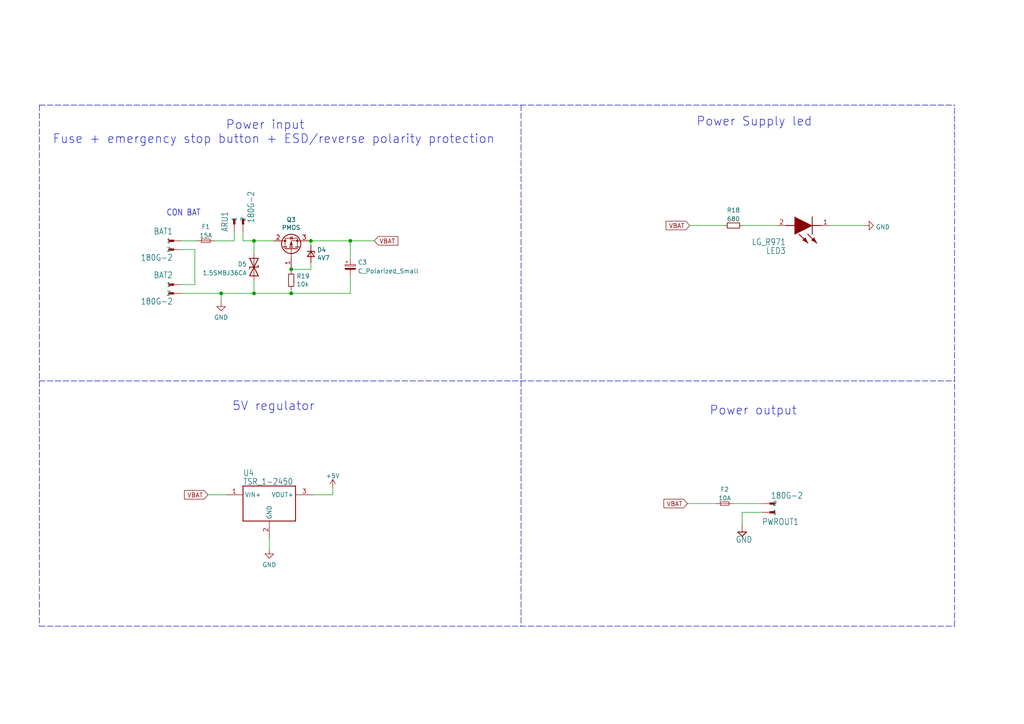
<source format=kicad_sch>
(kicad_sch (version 20230121) (generator eeschema)
  (paper "A4")
  (lib_symbols
    (symbol "Device:C_Polarized_Small" (pin_numbers hide) (pin_names (offset 0.254) hide)
      (property "Reference" "C" (at 0.254 1.778 0))
      (property "Value" "C_Polarized_Small" (at 0.254 -2.032 0))
      (symbol "C_Polarized_Small_0_1"
        (rectangle (start -1.524 -0.3048) (end 1.524 -0.6858) (fill (type outline)))
        (rectangle (start -1.524 0.6858) (end 1.524 0.3048))
        (polyline (pts (xy -1.27 1.524) (xy -0.762 1.524)))
        (polyline (pts (xy -1.016 1.27) (xy -1.016 1.778)))
      )
      (symbol "C_Polarized_Small_1_1"
        (pin passive line (at 0 2.54 270) (length 1.8542) (name "~") (number "1"))
        (pin passive line (at 0 -2.54 90) (length 1.8542) (name "~") (number "2"))
      )
    )
    (symbol "Device:D_TVS" (pin_numbers hide) (pin_names (offset 1.016) hide)
      (property "Reference" "D" (at 0 2.54 0))
      (property "Value" "D_TVS" (at 0 -2.54 0))
      (symbol "D_TVS_0_1"
        (polyline (pts (xy 1.27 0) (xy -1.27 0)))
        (polyline (pts (xy 0.508 1.27) (xy 0 1.27) (xy 0 -1.27) (xy -0.508 -1.27)) (stroke (width 0.254)))
        (polyline (pts (xy -2.54 1.27) (xy -2.54 -1.27) (xy 2.54 1.27) (xy 2.54 -1.27) (xy -2.54 1.27)) (stroke (width 0.254)))
      )
      (symbol "D_TVS_1_1"
        (pin passive line (at -3.81 0 0) (length 2.54) (name "A1") (number "1"))
        (pin passive line (at 3.81 0 180) (length 2.54) (name "A2") (number "2"))
      )
    )
    (symbol "Device:D_Zener_Small" (pin_numbers hide) (pin_names (offset 0.254) hide)
      (property "Reference" "D" (at 0 2.286 0))
      (property "Value" "D_Zener_Small" (at 0 -2.286 0))
      (symbol "D_Zener_Small_0_1"
        (polyline (pts (xy 0.762 0) (xy -0.762 0)))
        (polyline (pts (xy -0.254 1.016) (xy -0.762 1.016) (xy -0.762 -1.016)) (stroke (width 0.254)))
        (polyline (pts (xy 0.762 1.016) (xy -0.762 0) (xy 0.762 -1.016) (xy 0.762 1.016)) (stroke (width 0.254)))
      )
      (symbol "D_Zener_Small_1_1"
        (pin passive line (at -2.54 0 0) (length 1.778) (name "K") (number "1"))
        (pin passive line (at 2.54 0 180) (length 1.778) (name "A") (number "2"))
      )
    )
    (symbol "Device:Fuse_Small" (pin_numbers hide) (pin_names (offset 0.254) hide)
      (property "Reference" "F" (at 0 -1.524 0))
      (property "Value" "Fuse_Small" (at 0 1.524 0))
      (symbol "Fuse_Small_0_1"
        (rectangle (start -1.27 0.508) (end 1.27 -0.508))
        (polyline (pts (xy -1.27 0) (xy 1.27 0)))
      )
      (symbol "Fuse_Small_1_1"
        (pin passive line (at -2.54 0 0) (length 1.27) (name "~") (number "1"))
        (pin passive line (at 2.54 0 180) (length 1.27) (name "~") (number "2"))
      )
    )
    (symbol "Device:Q_PMOS_GDS" (pin_names (offset 0) hide)
      (property "Reference" "Q" (at 5.08 1.27 0))
      (property "Value" "Q_PMOS_GDS" (at 5.08 -1.27 0))
      (symbol "Q_PMOS_GDS_0_1"
        (polyline (pts (xy 0.254 0) (xy -2.54 0)))
        (polyline (pts (xy 0.254 1.905) (xy 0.254 -1.905)) (stroke (width 0.254)))
        (polyline (pts (xy 0.762 -1.27) (xy 0.762 -2.286)) (stroke (width 0.254)))
        (polyline (pts (xy 0.762 0.508) (xy 0.762 -0.508)) (stroke (width 0.254)))
        (polyline (pts (xy 0.762 2.286) (xy 0.762 1.27)) (stroke (width 0.254)))
        (polyline (pts (xy 2.54 2.54) (xy 2.54 1.778)))
        (polyline (pts (xy 2.54 -2.54) (xy 2.54 0) (xy 0.762 0)))
        (polyline (pts (xy 0.762 1.778) (xy 3.302 1.778) (xy 3.302 -1.778) (xy 0.762 -1.778)))
        (polyline (pts (xy 2.286 0) (xy 1.27 0.381) (xy 1.27 -0.381) (xy 2.286 0)) (fill (type outline)))
        (polyline (pts (xy 2.794 -0.508) (xy 2.921 -0.381) (xy 3.683 -0.381) (xy 3.81 -0.254)))
        (polyline (pts (xy 3.302 -0.381) (xy 2.921 0.254) (xy 3.683 0.254) (xy 3.302 -0.381)))
        (circle (center 1.651 0) (radius 2.794) (stroke (width 0.254)))
        (circle (center 2.54 -1.778) (radius 0.254) (fill (type outline)))
        (circle (center 2.54 1.778) (radius 0.254) (fill (type outline)))
      )
      (symbol "Q_PMOS_GDS_1_1"
        (pin input line (at -5.08 0 0) (length 2.54) (name "G") (number "1"))
        (pin passive line (at 2.54 5.08 270) (length 2.54) (name "D") (number "2"))
        (pin passive line (at 2.54 -5.08 90) (length 2.54) (name "S") (number "3"))
      )
    )
    (symbol "Device:R_Small" (pin_numbers hide) (pin_names (offset 0.254) hide)
      (property "Reference" "R" (at 0.762 0.508 0))
      (property "Value" "R_Small" (at 0.762 -1.016 0))
      (symbol "R_Small_0_1"
        (rectangle (start -0.762 1.778) (end 0.762 -1.778) (stroke (width 0.2032)))
      )
      (symbol "R_Small_1_1"
        (pin passive line (at 0 2.54 270) (length 0.762) (name "~") (number "1"))
        (pin passive line (at 0 -2.54 90) (length 0.762) (name "~") (number "2"))
      )
    )
    (symbol "power:+5V" (power) (pin_names (offset 0))
      (property "Value" "+5V" (at 0 3.556 0))
      (symbol "+5V_0_1"
        (polyline (pts (xy -0.762 1.27) (xy 0 2.54)))
        (polyline (pts (xy 0 0) (xy 0 2.54)))
        (polyline (pts (xy 0 2.54) (xy 0.762 1.27)))
      )
      (symbol "+5V_1_1"
        (pin power_in line (at 0 0 90) (length 0) hide (name "+5V") (number "1"))
      )
    )
    (symbol "power:GND" (power) (pin_names (offset 0))
      (property "Value" "GND" (at 0 -3.81 0))
      (symbol "GND_0_1"
        (polyline (pts (xy 0 0) (xy 0 -1.27) (xy 1.27 -1.27) (xy 0 -2.54) (xy -1.27 -1.27) (xy 0 -1.27)))
      )
      (symbol "GND_1_1"
        (pin power_in line (at 0 0 270) (length 0) hide (name "GND") (number "1"))
      )
    )
    (symbol "schematic1-eagle-import:180G-2"
      (property "Reference" "X" (at 0 1.778 0))
      (property "Value" "180G-2" (at 0 -5.842 0))
      (symbol "180G-2_1_0"
        (rectangle (start -0.254 -2.794) (end 1.27 -2.286) (fill (type outline)))
        (rectangle (start -0.254 -0.254) (end 1.27 0.254) (fill (type outline)))
        (pin passive line (at -2.54 0 0) (length 2.54) (name "1") (number "1"))
        (pin passive line (at -2.54 -2.54 0) (length 2.54) (name "2") (number "2"))
      )
    )
    (symbol "schematic1-eagle-import:GND" (power)
      (property "Value" "GND" (at -1.905 -3.175 0))
      (symbol "GND_1_0"
        (polyline (pts (xy -1.27 0) (xy 1.27 0)) (stroke (width 0.254)))
        (polyline (pts (xy 0 -1.27) (xy -1.27 0)) (stroke (width 0.254)))
        (polyline (pts (xy 1.27 0) (xy 0 -1.27)) (stroke (width 0.254)))
        (pin power_in line (at 0 2.54 270) (length 2.54) (name "GND") (number "1"))
      )
    )
    (symbol "schematic1-eagle-import:LG_R971"
      (property "Reference" "LED" (at 12.7 8.89 0))
      (property "Value" "LG_R971" (at 12.7 6.35 0))
      (symbol "LG_R971_1_0"
        (polyline (pts (xy 2.54 0) (xy 5.08 0)) (stroke (width 0.254)))
        (polyline (pts (xy 5.08 2.54) (xy 5.08 -2.54)) (stroke (width 0.254)))
        (polyline (pts (xy 6.35 2.54) (xy 3.81 5.08)) (stroke (width 0.254)))
        (polyline (pts (xy 8.89 2.54) (xy 6.35 5.08)) (stroke (width 0.254)))
        (polyline (pts (xy 10.16 0) (xy 12.7 0)) (stroke (width 0.254)))
        (polyline (pts (xy 5.08 0) (xy 10.16 2.54) (xy 10.16 -2.54)) (fill (type outline)))
        (polyline (pts (xy 5.334 4.318) (xy 4.572 3.556) (xy 3.81 5.08)) (fill (type outline)))
        (polyline (pts (xy 7.874 4.318) (xy 7.112 3.556) (xy 6.35 5.08)) (fill (type outline)))
        (pin bidirectional line (at 0 0 0) (length 2.54) (name "K") (number "1"))
        (pin bidirectional line (at 15.24 0 180) (length 2.54) (name "A") (number "2"))
      )
    )
    (symbol "schematic1-eagle-import:TSR_1-2450"
      (property "Reference" "U1" (at 5.08 6.35 0))
      (property "Value" "TSR_1-2450" (at 5.08 3.81 0))
      (symbol "TSR_1-2450_1_0"
        (polyline (pts (xy 5.08 2.54) (xy 5.08 -7.62)) (stroke (width 0.254)))
        (polyline (pts (xy 5.08 2.54) (xy 20.32 2.54)) (stroke (width 0.254)))
        (polyline (pts (xy 20.32 -7.62) (xy 5.08 -7.62)) (stroke (width 0.254)))
        (polyline (pts (xy 20.32 -7.62) (xy 20.32 2.54)) (stroke (width 0.254)))
        (pin input line (at 0 0 0) (length 5.08) (name "VIN+") (number "1"))
        (pin power_in line (at 12.7 -12.7 90) (length 5.08) (name "GND") (number "2"))
        (pin input line (at 25.4 0 180) (length 5.08) (name "VOUT+") (number "3"))
      )
    )
  )
  (junction (at 73.66 69.85))
  (junction (at 84.455 78.105))
  (junction (at 64.135 85.09))
  (junction (at 90.17 69.85))
  (junction (at 84.455 85.09))
  (junction (at 73.66 85.09))
  (junction (at 101.6 69.85))
  (wire (pts (xy 240.665 65.405) (xy 250.825 65.405)))
  (wire (pts (xy 96.52 141.605) (xy 96.52 143.51)))
  (polyline (pts (xy 151.13 30.48) (xy 151.13 181.61)) (stroke (width 0) (type dash)))
  (wire (pts (xy 70.485 67.31) (xy 70.485 69.85)))
  (wire (pts (xy 90.17 69.85) (xy 101.6 69.85)))
  (wire (pts (xy 84.455 77.47) (xy 84.455 78.105)))
  (wire (pts (xy 52.705 69.85) (xy 57.15 69.85)))
  (wire (pts (xy 199.39 146.05) (xy 207.645 146.05)))
  (wire (pts (xy 90.17 71.12) (xy 90.17 69.85)))
  (wire (pts (xy 56.515 72.39) (xy 52.705 72.39)))
  (wire (pts (xy 64.135 85.09) (xy 73.66 85.09)))
  (wire (pts (xy 90.17 76.2) (xy 90.17 78.105)))
  (wire (pts (xy 64.135 87.63) (xy 64.135 85.09)))
  (polyline (pts (xy 11.43 30.48) (xy 11.43 181.61)) (stroke (width 0) (type dash)))
  (wire (pts (xy 84.455 85.09) (xy 84.455 83.82)))
  (wire (pts (xy 200.025 65.405) (xy 210.185 65.405)))
  (wire (pts (xy 67.945 69.85) (xy 67.945 67.31)))
  (polyline (pts (xy 11.43 181.61) (xy 276.86 181.61)) (stroke (width 0) (type dash)))
  (wire (pts (xy 64.135 85.09) (xy 52.705 85.09)))
  (wire (pts (xy 56.515 82.55) (xy 56.515 72.39)))
  (wire (pts (xy 73.66 69.85) (xy 73.66 73.66)))
  (wire (pts (xy 84.455 78.105) (xy 84.455 78.74)))
  (wire (pts (xy 215.265 65.405) (xy 225.425 65.405)))
  (wire (pts (xy 215.265 151.765) (xy 215.265 148.59)))
  (wire (pts (xy 70.485 69.85) (xy 73.66 69.85)))
  (wire (pts (xy 73.66 85.09) (xy 84.455 85.09)))
  (wire (pts (xy 212.725 146.05) (xy 220.98 146.05)))
  (wire (pts (xy 89.535 69.85) (xy 90.17 69.85)))
  (polyline (pts (xy 11.43 110.49) (xy 276.86 110.49)) (stroke (width 0) (type dash)))
  (wire (pts (xy 101.6 80.01) (xy 101.6 85.09)))
  (wire (pts (xy 73.66 81.28) (xy 73.66 85.09)))
  (wire (pts (xy 62.23 69.85) (xy 67.945 69.85)))
  (wire (pts (xy 90.805 143.51) (xy 96.52 143.51)))
  (wire (pts (xy 101.6 69.85) (xy 101.6 74.93)))
  (wire (pts (xy 60.325 143.51) (xy 65.405 143.51)))
  (wire (pts (xy 73.66 69.85) (xy 79.375 69.85)))
  (wire (pts (xy 90.17 78.105) (xy 84.455 78.105)))
  (wire (pts (xy 56.515 82.55) (xy 52.705 82.55)))
  (polyline (pts (xy 11.43 30.48) (xy 276.86 30.48)) (stroke (width 0) (type dash)))
  (polyline (pts (xy 276.86 181.61) (xy 276.86 30.48)) (stroke (width 0) (type dash)))
  (wire (pts (xy 101.6 85.09) (xy 84.455 85.09)))
  (wire (pts (xy 215.265 148.59) (xy 220.98 148.59)))
  (wire (pts (xy 78.105 156.21) (xy 78.105 159.385)))
  (wire (pts (xy 101.6 69.85) (xy 108.585 69.85)))
  (text "Power Supply led" (at 201.93 36.83 0) (effects (font (size 2.54 2.54)) (justify left bottom)))
  (text "Power output" (at 205.74 120.65 0) (effects (font (size 2.54 2.54)) (justify left bottom)))
  (text "CON BAT" (at 48.26 62.865 0) (effects (font (size 1.778 1.5113)) (justify left bottom)))
  (text "					Power input\nFuse + emergency stop button + ESD/reverse polarity protection" (at 15.24 41.91 0) (effects (font (size 2.54 2.54)) (justify left bottom)))
  (text "5V regulator" (at 67.31 119.38 0) (effects (font (size 2.54 2.54)) (justify left bottom)))
  (global_label "VBAT" (shape input) (at 108.585 69.85 0) (property "Intersheetrefs" "${INTERSHEET_REFS}" (effects hide)))
  (global_label "VBAT" (shape input) (at 200.025 65.405 180) (property "Intersheetrefs" "${INTERSHEET_REFS}" (effects hide)))
  (global_label "VBAT" (shape input) (at 199.39 146.05 180) (property "Intersheetrefs" "${INTERSHEET_REFS}" (effects hide)))
  (global_label "VBAT" (shape input) (at 60.325 143.51 180) (property "Intersheetrefs" "${INTERSHEET_REFS}" (effects hide)))
  (symbol (lib_id "power:GND") (at 250.825 65.405 90) (unit 1)
    (property "Reference" "#PWR054" (effects hide))
    (property "Value" "GND" (at 254 65.8388 90) (effects (justify right)))
  )
  (symbol (lib_id "Device:D_TVS") (at 73.66 77.47 270) (mirror x) (unit 1)
    (property "Reference" "D5" (at 71.628 76.6353 90) (effects (justify right)))
    (property "Value" "1.5SMBJ36CA" (at 71.628 79.1722 90) (effects (justify right)))
    (property "Footprint" "Diode_SMD:D_SMB" (effects hide))
    (property "Datasheet" "https://www.mouser.fr/datasheet/2/54/BOURNS_1_5SMBJ_datasheet-2530221.pdf" (effects hide))
    (property "Mouser Part Number" "652-1.5SMBJ36CA-H" (effects hide))
  )
  (symbol (lib_id "power:GND") (at 64.135 87.63 0) (unit 1)
    (property "Reference" "#PWR056" (effects hide))
    (property "Value" "GND" (at 64.135 92.0734 0))
  )
  (symbol (lib_id "Device:Fuse_Small") (at 59.69 69.85 0) (unit 1)
    (property "Reference" "F1" (at 59.69 65.7692 0))
    (property "Value" "15A" (at 59.69 68.3061 0))
    (property "Footprint" "Fuse:Fuse_1206_3216Metric_Pad1.42x1.75mm_HandSolder" (effects hide))
    (property "Datasheet" "https://www.mouser.fr/datasheet/2/358/typ_UST_1206-1276051.pdf" (effects hide))
    (property "Mouser Part Number" "693-3413.0330.22" (effects hide))
  )
  (symbol (lib_id "schematic1-eagle-import:GND") (at 215.265 154.305 0) (unit 1)
    (property "Reference" "#SUPPLY01" (effects hide))
    (property "Value" "GND" (at 213.36 157.48 0) (effects (font (size 1.778 1.5113)) (justify left bottom)))
    (property "Footprint" "schematic1:" (effects hide))
  )
  (symbol (lib_id "Device:R_Small") (at 84.455 81.28 0) (unit 1)
    (property "Reference" "R19" (at 85.9536 80.1116 0) (effects (justify left)))
    (property "Value" "10k" (at 85.9536 82.423 0) (effects (justify left)))
    (property "Footprint" "Resistor_SMD:R_0805_2012Metric_Pad1.20x1.40mm_HandSolder" (effects hide))
  )
  (symbol (lib_id "Device:C_Polarized_Small") (at 101.6 77.47 0) (unit 1)
    (property "Reference" "C3" (at 103.759 76.0892 0) (effects (justify left)))
    (property "Value" "C_Polarized_Small" (at 103.759 78.6261 0) (effects (justify left)))
    (property "Footprint" "schematic1:E5-6" (effects hide))
  )
  (symbol (lib_id "Device:Q_PMOS_GDS") (at 84.455 72.39 90) (unit 1)
    (property "Reference" "Q3" (at 84.455 63.7032 90))
    (property "Value" "PMOS" (at 84.455 66.0146 90))
    (property "Footprint" "schematic1:MOS_WDFN8" (effects hide))
    (property "Datasheet" "https://www.onsemi.com/pdf/datasheet/nttfs015p03p8z-d.pdf" (effects hide))
    (property "Mouser Part Number" "863-NTTFS015P03P8ZWG" (effects hide))
  )
  (symbol (lib_id "schematic1-eagle-import:180G-2") (at 50.165 69.85 0) (mirror y) (unit 1)
    (property "Reference" "BAT1" (at 50.165 68.072 0) (effects (font (size 1.778 1.5113)) (justify left bottom)))
    (property "Value" "180G-2" (at 50.165 75.692 0) (effects (font (size 1.778 1.5113)) (justify left bottom)))
    (property "Footprint" "schematic1:180G-2" (effects hide))
  )
  (symbol (lib_id "schematic1-eagle-import:180G-2") (at 223.52 148.59 0) (mirror x) (unit 1)
    (property "Reference" "PWROUT1" (at 220.98 150.368 0) (effects (font (size 1.778 1.5113)) (justify left bottom)))
    (property "Value" "180G-2" (at 223.52 142.748 0) (effects (font (size 1.778 1.5113)) (justify left bottom)))
    (property "Footprint" "schematic1:180G-2" (effects hide))
  )
  (symbol (lib_id "Device:Fuse_Small") (at 210.185 146.05 0) (unit 1)
    (property "Reference" "F2" (at 210.185 141.9692 0))
    (property "Value" "10A" (at 210.185 144.5061 0))
    (property "Footprint" "Fuse:Fuse_1206_3216Metric_Pad1.42x1.75mm_HandSolder" (effects hide))
    (property "Datasheet" "https://www.mouser.fr/datasheet/2/643/ds_CP_0685P_series-1960388.pdf" (effects hide))
    (property "Mouser Part Number" "530-0685P9100-01" (effects hide))
  )
  (symbol (lib_id "schematic1-eagle-import:180G-2") (at 67.945 64.77 90) (unit 1)
    (property "Reference" "ARU1" (at 66.167 67.31 0) (effects (font (size 1.778 1.5113)) (justify left bottom)))
    (property "Value" "180G-2" (at 73.787 64.77 0) (effects (font (size 1.778 1.5113)) (justify left bottom)))
    (property "Footprint" "schematic1:180G-2" (effects hide))
  )
  (symbol (lib_id "power:GND") (at 78.105 159.385 0) (unit 1)
    (property "Reference" "#PWR057" (effects hide))
    (property "Value" "GND" (at 78.105 163.8284 0))
  )
  (symbol (lib_id "Device:R_Small") (at 212.725 65.405 90) (unit 1)
    (property "Reference" "R18" (at 212.725 60.9686 90))
    (property "Value" "680" (at 212.725 63.5055 90))
    (property "Footprint" "Resistor_SMD:R_0805_2012Metric_Pad1.20x1.40mm_HandSolder" (effects hide))
  )
  (symbol (lib_id "schematic1-eagle-import:TSR_1-2450") (at 65.405 143.51 0) (unit 1)
    (property "Reference" "U4" (at 70.485 137.16 0) (effects (font (size 1.778 1.5113)) (justify left)))
    (property "Value" "TSR_1-2450" (at 70.485 139.7 0) (effects (font (size 1.778 1.5113)) (justify left)))
    (property "Footprint" "schematic1:TSR-1-24120" (effects hide))
  )
  (symbol (lib_id "Device:D_Zener_Small") (at 90.17 73.66 270) (unit 1)
    (property "Reference" "D4" (at 91.948 72.4916 90) (effects (justify left)))
    (property "Value" "4V7" (at 91.948 74.803 90) (effects (justify left)))
    (property "Footprint" "Diode_SMD:D_0603_1608Metric" (effects hide))
    (property "Datasheet" "https://www.mouser.fr/datasheet/2/916/BZX84J_SER-1319442.pdf" (effects hide))
    (property "Mouser Part Number" "771-BZX84J-C4V7115" (effects hide))
  )
  (symbol (lib_id "schematic1-eagle-import:180G-2") (at 50.165 82.55 0) (mirror y) (unit 1)
    (property "Reference" "BAT2" (at 50.165 80.772 0) (effects (font (size 1.778 1.5113)) (justify left bottom)))
    (property "Value" "180G-2" (at 50.165 88.392 0) (effects (font (size 1.778 1.5113)) (justify left bottom)))
    (property "Footprint" "schematic1:180G-2" (effects hide))
  )
  (symbol (lib_id "schematic1-eagle-import:LG_R971") (at 240.665 65.405 180) (unit 1)
    (property "Reference" "LED3" (at 227.965 71.755 0) (effects (font (size 1.778 1.5113)) (justify left bottom)))
    (property "Value" "LG_R971" (at 227.965 69.215 0) (effects (font (size 1.778 1.5113)) (justify left bottom)))
    (property "Footprint" "schematic1:LEDC2012X90N" (effects hide))
  )
  (symbol (lib_id "power:+5V") (at 96.52 141.605 0) (unit 1)
    (property "Reference" "#PWR055" (effects hide))
    (property "Value" "+5V" (at 96.52 138.0292 0))
  )
)
</source>
